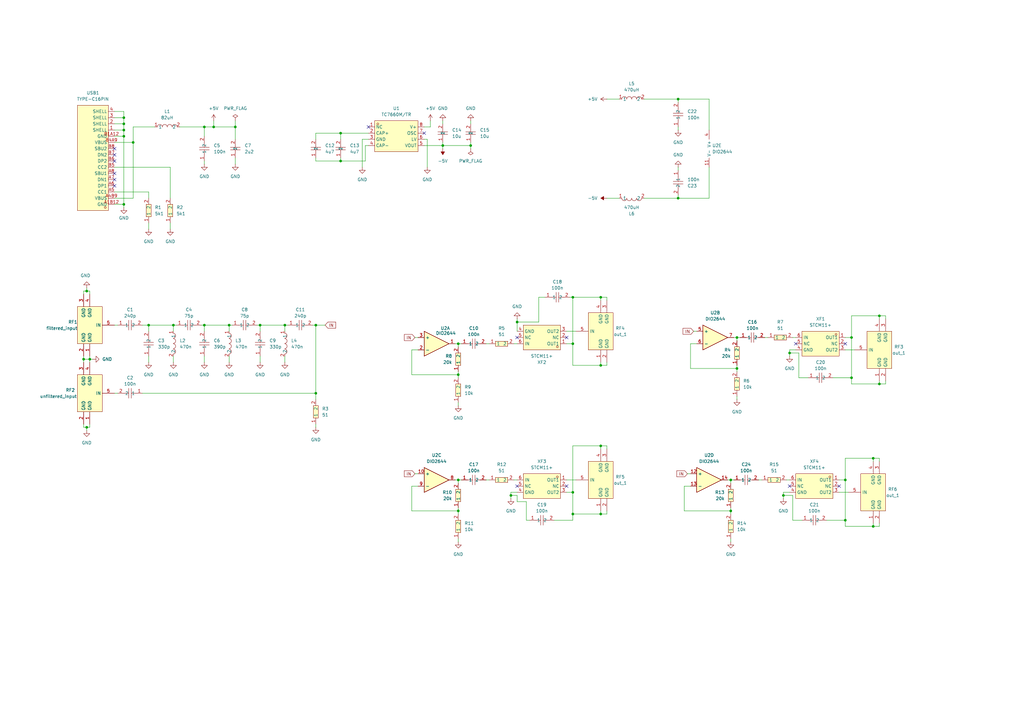
<source format=kicad_sch>
(kicad_sch (version 20231120) (generator "eeschema") (generator_version "8.0")
  (paper "A3")
  (lib_symbols
    (symbol "Device:Opamp_Quad"
      (property "Reference" "U" (at 0 5.08 0))
      (property "Value" "Opamp_Quad" (at 0 -5.08 0))
      (symbol "Opamp_Quad_1_1"
        (pin output line (at 7.62 0 180) (length 2.54) (name "~") (number "1"))
        (pin input line (at -7.62 -2.54 0) (length 2.54) (name "-") (number "2"))
        (pin input line (at -7.62 2.54 0) (length 2.54) (name "+") (number "3"))
      )
      (symbol "Opamp_Quad_2_1"
        (pin input line (at -7.62 2.54 0) (length 2.54) (name "+") (number "5"))
        (pin input line (at -7.62 -2.54 0) (length 2.54) (name "-") (number "6"))
        (pin output line (at 7.62 0 180) (length 2.54) (name "~") (number "7"))
      )
      (symbol "Opamp_Quad_3_1"
        (pin input line (at -7.62 2.54 0) (length 2.54) (name "+") (number "10"))
        (pin output line (at 7.62 0 180) (length 2.54) (name "~") (number "8"))
        (pin input line (at -7.62 -2.54 0) (length 2.54) (name "-") (number "9"))
      )
      (symbol "Opamp_Quad_4_1"
        (pin input line (at -7.62 2.54 0) (length 2.54) (name "+") (number "12"))
        (pin input line (at -7.62 -2.54 0) (length 2.54) (name "-") (number "13"))
        (pin output line (at 7.62 0 180) (length 2.54) (name "~") (number "14"))
      )
      (symbol "Opamp_Quad_5_1"
        (pin power_in line (at -2.54 -7.62 90) (length 3.81) (name "V-") (number "11"))
        (pin power_in line (at -2.54 7.62 270) (length 3.81) (name "V+") (number "4"))
      )
    )
    (symbol "easyeda2kicad:0805W8F1002T5E"
      (property "Reference" "R" (at 0 5.08 0))
      (property "Value" "0805W8F1002T5E" (at 0 -5.08 0))
      (symbol "0805W8F1002T5E_0_1"
        (pin input line (at -5.08 0 0) (length 2.54) (name "1") (number "1"))
        (pin input line (at 5.08 0 180) (length 2.54) (name "2") (number "2"))
      )
    )
    (symbol "easyeda2kicad:0805W8F2002T5E"
      (property "Reference" "R" (at 0 5.08 0))
      (property "Value" "0805W8F2002T5E" (at 0 -5.08 0))
      (symbol "0805W8F2002T5E_0_1"
        (pin input line (at -5.08 0 0) (length 2.54) (name "1") (number "1"))
        (pin input line (at 5.08 0 180) (length 2.54) (name "2") (number "2"))
      )
    )
    (symbol "easyeda2kicad:0805W8F5101T5E"
      (property "Reference" "R" (at 0 5.08 0))
      (property "Value" "0805W8F5101T5E" (at 0 -5.08 0))
      (symbol "0805W8F5101T5E_0_1"
        (pin input line (at -5.08 0 0) (length 2.54) (name "1") (number "1"))
        (pin input line (at 5.08 0 180) (length 2.54) (name "2") (number "2"))
      )
    )
    (symbol "easyeda2kicad:1206B475K500NT"
      (property "Reference" "C" (at 0 5.08 0))
      (property "Value" "1206B475K500NT" (at 0 -5.08 0))
      (symbol "1206B475K500NT_0_1"
        (pin input line (at -3.81 0 0) (length 2.54) (name "1") (number "1"))
        (pin input line (at 3.81 0 180) (length 2.54) (name "2") (number "2"))
      )
    )
    (symbol "easyeda2kicad:CC0805FRNPO9BN750"
      (property "Reference" "C" (at 0 5.08 0))
      (property "Value" "CC0805FRNPO9BN750" (at 0 -5.08 0))
      (symbol "CC0805FRNPO9BN750_0_1"
        (pin unspecified line (at -5.08 0 0) (length 2.54) (name "1") (number "1"))
        (pin unspecified line (at 5.08 0 180) (length 2.54) (name "2") (number "2"))
      )
    )
    (symbol "easyeda2kicad:CC0805JRNPO0BN391"
      (property "Reference" "C" (at 0 5.08 0))
      (property "Value" "CC0805JRNPO0BN391" (at 0 -5.08 0))
      (symbol "CC0805JRNPO0BN391_0_1"
        (pin unspecified line (at -5.08 0 0) (length 2.54) (name "1") (number "1"))
        (pin unspecified line (at 5.08 0 180) (length 2.54) (name "2") (number "2"))
      )
    )
    (symbol "easyeda2kicad:CC0805JRNPO9BN241"
      (property "Reference" "C" (at 0 5.08 0))
      (property "Value" "CC0805JRNPO9BN241" (at 0 -5.08 0))
      (symbol "CC0805JRNPO9BN241_0_1"
        (pin unspecified line (at -5.08 0 0) (length 2.54) (name "1") (number "1"))
        (pin unspecified line (at 5.08 0 180) (length 2.54) (name "2") (number "2"))
      )
    )
    (symbol "easyeda2kicad:CC0805KRX7R9BB104"
      (property "Reference" "C" (at 0 5.08 0))
      (property "Value" "CC0805KRX7R9BB104" (at 0 -5.08 0))
      (symbol "CC0805KRX7R9BB104_0_1"
        (pin unspecified line (at -5.08 0 0) (length 2.54) (name "1") (number "1"))
        (pin unspecified line (at 5.08 0 180) (length 2.54) (name "2") (number "2"))
      )
    )
    (symbol "easyeda2kicad:CD43820M"
      (property "Reference" "L" (at 0 5.08 0))
      (property "Value" "CD43 820M" (at 0 -5.08 0))
      (symbol "CD43820M_0_1"
        (pin unspecified line (at -5.08 0 0) (length 1.016) (name "1") (number "1"))
        (pin unspecified line (at 5.08 0 180) (length 1.016) (name "2") (number "2"))
      )
    )
    (symbol "easyeda2kicad:CL31A106KBHNNNE"
      (property "Reference" "C" (at 0 5.08 0))
      (property "Value" "CL31A106KBHNNNE" (at 0 -5.08 0))
      (symbol "CL31A106KBHNNNE_0_1"
        (pin input line (at -3.81 0 0) (length 2.54) (name "1") (number "1"))
        (pin input line (at 3.81 0 180) (length 2.54) (name "2") (number "2"))
      )
    )
    (symbol "easyeda2kicad:CL31B225KBHNNNE"
      (property "Reference" "C" (at 0 5.08 0))
      (property "Value" "CL31B225KBHNNNE" (at 0 -5.08 0))
      (symbol "CL31B225KBHNNNE_0_1"
        (pin input line (at -3.81 0 0) (length 2.54) (name "1") (number "1"))
        (pin input line (at 3.81 0 180) (length 2.54) (name "2") (number "2"))
      )
    )
    (symbol "easyeda2kicad:CMI201209VR47KT"
      (property "Reference" "L" (at 0 5.08 0))
      (property "Value" "CMI201209VR47KT" (at 0 -5.08 0))
      (symbol "CMI201209VR47KT_0_1"
        (pin unspecified line (at -5.08 0 0) (length 0.762) (name "1") (number "1"))
        (pin unspecified line (at 5.08 0 180) (length 0.762) (name "2") (number "2"))
      )
    )
    (symbol "easyeda2kicad:KH-SMA-K513-G"
      (property "Reference" "RF" (at 0 7.62 0))
      (property "Value" "KH-SMA-K513-G" (at 0 -15.24 0))
      (symbol "KH-SMA-K513-G_0_1"
        (pin unspecified line (at -12.7 0 0) (length 5.08) (name "GND") (number "1"))
        (pin unspecified line (at -12.7 2.54 0) (length 5.08) (name "GND") (number "2"))
        (pin unspecified line (at 12.7 2.54 180) (length 5.08) (name "GND") (number "3"))
        (pin unspecified line (at 12.7 0 180) (length 5.08) (name "GND") (number "4"))
        (pin unspecified line (at 0 -10.16 90) (length 5.08) (name "IN") (number "5"))
      )
    )
    (symbol "easyeda2kicad:SNR4030TYD471M"
      (property "Reference" "L" (at 0 5.08 0))
      (property "Value" "SNR4030TYD471M" (at 0 -5.08 0))
      (symbol "SNR4030TYD471M_0_1"
        (pin unspecified line (at -5.08 0 0) (length 1.016) (name "1") (number "1"))
        (pin unspecified line (at 5.08 0 180) (length 1.016) (name "2") (number "2"))
      )
    )
    (symbol "easyeda2kicad:STCM11+"
      (property "Reference" "XF" (at 0 7.62 0))
      (property "Value" "STCM11+" (at 0 -7.62 0))
      (symbol "STCM11+_0_1"
        (pin unspecified line (at -10.16 2.54 0) (length 2.54) (name "OUT1") (number "1"))
        (pin unspecified line (at -10.16 0 0) (length 2.54) (name "NC") (number "2"))
        (pin unspecified line (at -10.16 -2.54 0) (length 2.54) (name "OUT2") (number "3"))
        (pin unspecified line (at 10.16 -2.54 180) (length 2.54) (name "GND") (number "4"))
        (pin unspecified line (at 10.16 0 180) (length 2.54) (name "NC") (number "5"))
        (pin unspecified line (at 10.16 2.54 180) (length 2.54) (name "IN") (number "6"))
      )
    )
    (symbol "easyeda2kicad:TC7660M_TR"
      (property "Reference" "U" (at 0 8.89 0))
      (property "Value" "TC7660M/TR" (at 0 -8.89 0))
      (symbol "TC7660M_TR_0_1"
        (pin unspecified line (at -11.43 3.81 0) (length 2.54) (name "NC") (number "1"))
        (pin unspecified line (at -11.43 1.27 0) (length 2.54) (name "CAP+") (number "2"))
        (pin unspecified line (at -11.43 -1.27 0) (length 2.54) (name "GND") (number "3"))
        (pin unspecified line (at -11.43 -3.81 0) (length 2.54) (name "CAP-") (number "4"))
        (pin unspecified line (at 11.43 -3.81 180) (length 2.54) (name "VOUT") (number "5"))
        (pin unspecified line (at 11.43 -1.27 180) (length 2.54) (name "LV") (number "6"))
        (pin unspecified line (at 11.43 1.27 180) (length 2.54) (name "OSC") (number "7"))
        (pin unspecified line (at 11.43 3.81 180) (length 2.54) (name "V+") (number "8"))
      )
    )
    (symbol "easyeda2kicad:TCC0805C0G331J500BT"
      (property "Reference" "C" (at 0 10.16 0))
      (property "Value" "TCC0805C0G331J500BT" (at 0 -10.16 0))
      (symbol "TCC0805C0G331J500BT_0_1"
        (pin unspecified line (at 0 -5.08 90) (length 2.54) (name "1") (number "1"))
        (pin unspecified line (at 0 5.08 270) (length 2.54) (name "2") (number "2"))
      )
    )
    (symbol "easyeda2kicad:TYPE-C16PIN"
      (property "Reference" "USB" (at 0 24.13 0))
      (property "Value" "TYPE-C16PIN" (at 0 -24.13 0))
      (symbol "TYPE-C16PIN_0_1"
        (pin unspecified line (at -8.89 -11.43 0) (length 2.54) (name "SHELL") (number "1"))
        (pin unspecified line (at -8.89 -13.97 0) (length 2.54) (name "SHELL") (number "2"))
        (pin unspecified line (at -8.89 -16.51 0) (length 2.54) (name "SHELL") (number "3"))
        (pin unspecified line (at -8.89 -19.05 0) (length 2.54) (name "SHELL") (number "4"))
        (pin unspecified line (at -8.89 19.05 0) (length 2.54) (name "GND") (number "A1B12"))
        (pin unspecified line (at -8.89 16.51 0) (length 2.54) (name "VBUS") (number "A4B9"))
        (pin unspecified line (at -8.89 13.97 0) (length 2.54) (name "CC1") (number "A5"))
        (pin unspecified line (at -8.89 11.43 0) (length 2.54) (name "DP1") (number "A6"))
        (pin unspecified line (at -8.89 8.89 0) (length 2.54) (name "DN1") (number "A7"))
        (pin unspecified line (at -8.89 6.35 0) (length 2.54) (name "SBU1") (number "A8"))
        (pin unspecified line (at -8.89 -8.89 0) (length 2.54) (name "GND") (number "B1A12"))
        (pin unspecified line (at -8.89 -6.35 0) (length 2.54) (name "VBUS") (number "B4A9"))
        (pin unspecified line (at -8.89 3.81 0) (length 2.54) (name "CC2") (number "B5"))
        (pin unspecified line (at -8.89 1.27 0) (length 2.54) (name "DP2") (number "B6"))
        (pin unspecified line (at -8.89 -1.27 0) (length 2.54) (name "DN2") (number "B7"))
        (pin unspecified line (at -8.89 -3.81 0) (length 2.54) (name "SBU2") (number "B8"))
      )
    )
    (symbol "power:+5V" (power) (pin_numbers hide) (pin_names (offset 0) hide)
      (property "Value" "+5V" (at 0 3.556 0))
      (symbol "+5V_1_1"
        (pin power_in line (at 0 0 90) (length 0) (name "~") (number "1"))
      )
    )
    (symbol "power:-5V" (power) (pin_numbers hide) (pin_names (offset 0) hide)
      (property "Value" "-5V" (at 0 3.556 0))
      (symbol "-5V_0_0"
        (pin power_in line (at 0 0 90) (length 0) (name "~") (number "1"))
      )
    )
    (symbol "power:GND" (power) (pin_numbers hide) (pin_names (offset 0) hide)
      (property "Value" "GND" (at 0 -3.81 0))
      (symbol "GND_1_1"
        (pin power_in line (at 0 0 270) (length 0) (name "~") (number "1"))
      )
    )
    (symbol "power:PWR_FLAG" (power) (pin_numbers hide) (pin_names (offset 0) hide)
      (property "Value" "PWR_FLAG" (at 0 3.81 0))
      (symbol "PWR_FLAG_0_0"
        (pin power_out line (at 0 0 90) (length 0) (name "~") (number "1"))
      )
    )
  )
  (junction (at 349.25 138.43))
  (junction (at 36.83 147.32))
  (junction (at 246.38 149.86))
  (junction (at 60.96 133.35))
  (junction (at 116.84 133.35))
  (junction (at 139.7 66.04))
  (junction (at 358.14 187.96))
  (junction (at 187.96 140.97))
  (junction (at 278.13 81.28))
  (junction (at 349.25 154.94))
  (junction (at 302.26 138.43))
  (junction (at 346.71 196.85))
  (junction (at 187.96 153.67))
  (junction (at 35.56 175.26))
  (junction (at 71.12 133.35))
  (junction (at 93.98 133.35))
  (junction (at 83.82 52.07))
  (junction (at 346.71 213.36))
  (junction (at 234.95 140.97))
  (junction (at 193.04 59.69))
  (junction (at 209.55 203.2))
  (junction (at 246.38 210.82))
  (junction (at 83.82 133.35))
  (junction (at 321.31 203.2))
  (junction (at 246.38 121.92))
  (junction (at 299.72 196.85))
  (junction (at 187.96 196.85))
  (junction (at 360.68 129.54))
  (junction (at 212.09 132.08))
  (junction (at 54.61 58.42))
  (junction (at 234.95 201.93))
  (junction (at 360.68 157.48))
  (junction (at 323.85 144.78))
  (junction (at 181.61 59.69))
  (junction (at 139.7 54.61))
  (junction (at 50.8 55.88))
  (junction (at 50.8 53.34))
  (junction (at 50.8 48.26))
  (junction (at 234.95 121.92))
  (junction (at 129.54 133.35))
  (junction (at 187.96 209.55))
  (junction (at 50.8 50.8))
  (junction (at 96.52 52.07))
  (junction (at 299.72 209.55))
  (junction (at 87.63 52.07))
  (junction (at 302.26 151.13))
  (junction (at 234.95 210.82))
  (junction (at 50.8 83.82))
  (junction (at 34.29 147.32))
  (junction (at 129.54 161.29))
  (junction (at 358.14 215.9))
  (junction (at 35.56 119.38))
  (junction (at 278.13 40.64))
  (junction (at 246.38 182.88))
  (junction (at 106.68 133.35))
  (no_connect (at 46.99 73.66))
  (no_connect (at 326.39 140.97))
  (no_connect (at 212.09 199.39))
  (no_connect (at 151.13 52.07))
  (no_connect (at 323.85 199.39))
  (no_connect (at 232.41 199.39))
  (no_connect (at 46.99 71.12))
  (no_connect (at 46.99 60.96))
  (no_connect (at 344.17 199.39))
  (no_connect (at 212.09 138.43))
  (no_connect (at 46.99 66.04))
  (no_connect (at 173.99 54.61))
  (no_connect (at 46.99 63.5))
  (no_connect (at 46.99 76.2))
  (no_connect (at 346.71 140.97))
  (no_connect (at 232.41 138.43))
  (wire (pts (xy 46.99 55.88) (xy 50.8 55.88)))
  (wire (pts (xy 58.42 133.35) (xy 60.96 133.35)))
  (wire (pts (xy 148.59 68.58) (xy 148.59 57.15)))
  (wire (pts (xy 248.92 184.15) (xy 248.92 182.88)))
  (wire (pts (xy 248.92 81.28) (xy 254 81.28)))
  (wire (pts (xy 248.92 121.92) (xy 246.38 121.92)))
  (wire (pts (xy 360.68 187.96) (xy 358.14 187.96)))
  (wire (pts (xy 46.99 53.34) (xy 50.8 53.34)))
  (wire (pts (xy 129.54 161.29) (xy 129.54 163.83)))
  (wire (pts (xy 187.96 140.97) (xy 187.96 142.24)))
  (wire (pts (xy 321.31 204.47) (xy 321.31 203.2)))
  (wire (pts (xy 71.12 146.05) (xy 71.12 148.59)))
  (wire (pts (xy 187.96 220.98) (xy 187.96 222.25)))
  (wire (pts (xy 129.54 173.99) (xy 129.54 175.26)))
  (wire (pts (xy 171.45 143.51) (xy 168.91 143.51)))
  (wire (pts (xy 96.52 64.77) (xy 96.52 67.31)))
  (wire (pts (xy 181.61 49.53) (xy 181.61 50.8)))
  (wire (pts (xy 209.55 203.2) (xy 212.09 203.2)))
  (wire (pts (xy 212.09 132.08) (xy 220.98 132.08)))
  (wire (pts (xy 60.96 91.44) (xy 60.96 93.98)))
  (wire (pts (xy 50.8 53.34) (xy 50.8 50.8)))
  (wire (pts (xy 36.83 147.32) (xy 36.83 148.59)))
  (wire (pts (xy 193.04 59.69) (xy 193.04 60.96)))
  (wire (pts (xy 215.9 213.36) (xy 215.9 205.74)))
  (wire (pts (xy 233.68 121.92) (xy 234.95 121.92)))
  (wire (pts (xy 60.96 135.89) (xy 60.96 133.35)))
  (wire (pts (xy 209.55 203.2) (xy 209.55 201.93)))
  (wire (pts (xy 344.17 196.85) (xy 346.71 196.85)))
  (wire (pts (xy 50.8 55.88) (xy 50.8 53.34)))
  (wire (pts (xy 346.71 215.9) (xy 358.14 215.9)))
  (wire (pts (xy 264.16 81.28) (xy 278.13 81.28)))
  (wire (pts (xy 50.8 50.8) (xy 50.8 48.26)))
  (wire (pts (xy 46.99 161.29) (xy 48.26 161.29)))
  (wire (pts (xy 283.21 194.31) (xy 281.94 194.31)))
  (wire (pts (xy 349.25 157.48) (xy 360.68 157.48)))
  (wire (pts (xy 349.25 129.54) (xy 349.25 138.43)))
  (wire (pts (xy 50.8 83.82) (xy 50.8 55.88)))
  (wire (pts (xy 323.85 146.05) (xy 323.85 144.78)))
  (wire (pts (xy 106.68 146.05) (xy 106.68 148.59)))
  (wire (pts (xy 82.55 133.35) (xy 83.82 133.35)))
  (wire (pts (xy 234.95 149.86) (xy 246.38 149.86)))
  (wire (pts (xy 54.61 52.07) (xy 63.5 52.07)))
  (wire (pts (xy 34.29 147.32) (xy 34.29 148.59)))
  (wire (pts (xy 106.68 133.35) (xy 116.84 133.35)))
  (wire (pts (xy 116.84 146.05) (xy 116.84 148.59)))
  (wire (pts (xy 96.52 52.07) (xy 87.63 52.07)))
  (wire (pts (xy 234.95 121.92) (xy 246.38 121.92)))
  (wire (pts (xy 358.14 187.96) (xy 358.14 189.23)))
  (wire (pts (xy 168.91 209.55) (xy 187.96 209.55)))
  (wire (pts (xy 326.39 138.43) (xy 325.12 138.43)))
  (wire (pts (xy 34.29 175.26) (xy 35.56 175.26)))
  (wire (pts (xy 346.71 187.96) (xy 358.14 187.96)))
  (wire (pts (xy 300.99 196.85) (xy 299.72 196.85)))
  (wire (pts (xy 129.54 54.61) (xy 129.54 57.15)))
  (wire (pts (xy 331.47 154.94) (xy 327.66 154.94)))
  (wire (pts (xy 36.83 146.05) (xy 36.83 147.32)))
  (wire (pts (xy 193.04 49.53) (xy 193.04 50.8)))
  (wire (pts (xy 116.84 133.35) (xy 118.11 133.35)))
  (wire (pts (xy 323.85 144.78) (xy 323.85 143.51)))
  (wire (pts (xy 93.98 133.35) (xy 93.98 135.89)))
  (wire (pts (xy 234.95 201.93) (xy 234.95 182.88)))
  (wire (pts (xy 278.13 40.64) (xy 290.83 40.64)))
  (wire (pts (xy 106.68 133.35) (xy 106.68 135.89)))
  (wire (pts (xy 360.68 189.23) (xy 360.68 187.96)))
  (wire (pts (xy 290.83 81.28) (xy 290.83 68.58)))
  (wire (pts (xy 278.13 40.64) (xy 278.13 41.91)))
  (wire (pts (xy 46.99 45.72) (xy 50.8 45.72)))
  (wire (pts (xy 234.95 210.82) (xy 234.95 213.36)))
  (wire (pts (xy 36.83 173.99) (xy 36.83 175.26)))
  (wire (pts (xy 46.99 133.35) (xy 48.26 133.35)))
  (wire (pts (xy 73.66 52.07) (xy 83.82 52.07)))
  (wire (pts (xy 302.26 138.43) (xy 300.99 138.43)))
  (wire (pts (xy 246.38 121.92) (xy 246.38 123.19)))
  (wire (pts (xy 128.27 133.35) (xy 129.54 133.35)))
  (wire (pts (xy 360.68 129.54) (xy 360.68 130.81)))
  (wire (pts (xy 220.98 121.92) (xy 223.52 121.92)))
  (wire (pts (xy 83.82 52.07) (xy 83.82 55.88)))
  (wire (pts (xy 321.31 203.2) (xy 325.12 203.2)))
  (wire (pts (xy 302.26 138.43) (xy 302.26 139.7)))
  (wire (pts (xy 278.13 69.85) (xy 278.13 68.58)))
  (wire (pts (xy 349.25 138.43) (xy 349.25 154.94)))
  (wire (pts (xy 96.52 52.07) (xy 96.52 57.15)))
  (wire (pts (xy 200.66 140.97) (xy 199.39 140.97)))
  (wire (pts (xy 34.29 120.65) (xy 34.29 119.38)))
  (wire (pts (xy 210.82 140.97) (xy 212.09 140.97)))
  (wire (pts (xy 299.72 220.98) (xy 299.72 222.25)))
  (wire (pts (xy 346.71 213.36) (xy 346.71 215.9)))
  (wire (pts (xy 171.45 199.39) (xy 168.91 199.39)))
  (wire (pts (xy 339.09 213.36) (xy 346.71 213.36)))
  (wire (pts (xy 321.31 203.2) (xy 321.31 201.93)))
  (wire (pts (xy 71.12 133.35) (xy 72.39 133.35)))
  (wire (pts (xy 187.96 196.85) (xy 186.69 196.85)))
  (wire (pts (xy 299.72 196.85) (xy 298.45 196.85)))
  (wire (pts (xy 189.23 196.85) (xy 187.96 196.85)))
  (wire (pts (xy 46.99 58.42) (xy 54.61 58.42)))
  (wire (pts (xy 360.68 157.48) (xy 363.22 157.48)))
  (wire (pts (xy 83.82 146.05) (xy 83.82 148.59)))
  (wire (pts (xy 105.41 133.35) (xy 106.68 133.35)))
  (wire (pts (xy 96.52 49.53) (xy 96.52 52.07)))
  (wire (pts (xy 212.09 205.74) (xy 212.09 203.2)))
  (wire (pts (xy 139.7 66.04) (xy 149.86 66.04)))
  (wire (pts (xy 358.14 215.9) (xy 360.68 215.9)))
  (wire (pts (xy 36.83 119.38) (xy 36.83 120.65)))
  (wire (pts (xy 175.26 68.58) (xy 175.26 57.15)))
  (wire (pts (xy 151.13 59.69) (xy 149.86 59.69)))
  (wire (pts (xy 69.85 91.44) (xy 69.85 93.98)))
  (wire (pts (xy 323.85 144.78) (xy 327.66 144.78)))
  (wire (pts (xy 234.95 201.93) (xy 234.95 210.82)))
  (wire (pts (xy 246.38 149.86) (xy 248.92 149.86)))
  (wire (pts (xy 60.96 133.35) (xy 71.12 133.35)))
  (wire (pts (xy 302.26 162.56) (xy 302.26 163.83)))
  (wire (pts (xy 234.95 182.88) (xy 246.38 182.88)))
  (wire (pts (xy 346.71 138.43) (xy 349.25 138.43)))
  (wire (pts (xy 234.95 140.97) (xy 234.95 121.92)))
  (wire (pts (xy 312.42 196.85) (xy 311.15 196.85)))
  (wire (pts (xy 171.45 138.43) (xy 170.18 138.43)))
  (wire (pts (xy 46.99 81.28) (xy 54.61 81.28)))
  (wire (pts (xy 69.85 68.58) (xy 69.85 81.28)))
  (wire (pts (xy 215.9 205.74) (xy 212.09 205.74)))
  (wire (pts (xy 168.91 153.67) (xy 187.96 153.67)))
  (wire (pts (xy 363.22 129.54) (xy 360.68 129.54)))
  (wire (pts (xy 60.96 146.05) (xy 60.96 148.59)))
  (wire (pts (xy 35.56 176.53) (xy 35.56 175.26)))
  (wire (pts (xy 325.12 213.36) (xy 325.12 203.2)))
  (wire (pts (xy 187.96 152.4) (xy 187.96 153.67)))
  (wire (pts (xy 234.95 140.97) (xy 234.95 149.86)))
  (wire (pts (xy 327.66 144.78) (xy 327.66 154.94)))
  (wire (pts (xy 168.91 199.39) (xy 168.91 209.55)))
  (wire (pts (xy 139.7 54.61) (xy 139.7 57.15)))
  (wire (pts (xy 299.72 196.85) (xy 299.72 198.12)))
  (wire (pts (xy 285.75 140.97) (xy 283.21 140.97)))
  (wire (pts (xy 209.55 204.47) (xy 209.55 203.2)))
  (wire (pts (xy 302.26 149.86) (xy 302.26 151.13)))
  (wire (pts (xy 290.83 53.34) (xy 290.83 40.64)))
  (wire (pts (xy 346.71 196.85) (xy 346.71 213.36)))
  (wire (pts (xy 83.82 66.04) (xy 83.82 67.31)))
  (wire (pts (xy 87.63 49.53) (xy 87.63 52.07)))
  (wire (pts (xy 280.67 209.55) (xy 299.72 209.55)))
  (wire (pts (xy 93.98 146.05) (xy 93.98 148.59)))
  (wire (pts (xy 54.61 58.42) (xy 54.61 52.07)))
  (wire (pts (xy 234.95 210.82) (xy 246.38 210.82)))
  (wire (pts (xy 212.09 132.08) (xy 212.09 135.89)))
  (wire (pts (xy 173.99 59.69) (xy 181.61 59.69)))
  (wire (pts (xy 302.26 151.13) (xy 302.26 152.4)))
  (wire (pts (xy 83.82 52.07) (xy 87.63 52.07)))
  (wire (pts (xy 71.12 133.35) (xy 71.12 135.89)))
  (wire (pts (xy 246.38 148.59) (xy 246.38 149.86)))
  (wire (pts (xy 248.92 149.86) (xy 248.92 148.59)))
  (wire (pts (xy 189.23 140.97) (xy 187.96 140.97)))
  (wire (pts (xy 36.83 147.32) (xy 38.1 147.32)))
  (wire (pts (xy 349.25 154.94) (xy 349.25 157.48)))
  (wire (pts (xy 278.13 81.28) (xy 278.13 80.01)))
  (wire (pts (xy 246.38 210.82) (xy 248.92 210.82)))
  (wire (pts (xy 344.17 201.93) (xy 347.98 201.93)))
  (wire (pts (xy 187.96 209.55) (xy 187.96 210.82)))
  (wire (pts (xy 34.29 147.32) (xy 36.83 147.32)))
  (wire (pts (xy 358.14 214.63) (xy 358.14 215.9)))
  (wire (pts (xy 83.82 133.35) (xy 93.98 133.35)))
  (wire (pts (xy 171.45 194.31) (xy 170.18 194.31)))
  (wire (pts (xy 360.68 156.21) (xy 360.68 157.48)))
  (wire (pts (xy 236.22 135.89) (xy 232.41 135.89)))
  (wire (pts (xy 148.59 57.15) (xy 151.13 57.15)))
  (wire (pts (xy 283.21 199.39) (xy 280.67 199.39)))
  (wire (pts (xy 129.54 133.35) (xy 133.35 133.35)))
  (wire (pts (xy 50.8 83.82) (xy 50.8 85.09)))
  (wire (pts (xy 303.53 138.43) (xy 302.26 138.43)))
  (wire (pts (xy 323.85 196.85) (xy 322.58 196.85)))
  (wire (pts (xy 93.98 133.35) (xy 95.25 133.35)))
  (wire (pts (xy 34.29 119.38) (xy 35.56 119.38)))
  (wire (pts (xy 321.31 201.93) (xy 323.85 201.93)))
  (wire (pts (xy 314.96 138.43) (xy 313.69 138.43)))
  (wire (pts (xy 349.25 129.54) (xy 360.68 129.54)))
  (wire (pts (xy 34.29 173.99) (xy 34.29 175.26)))
  (wire (pts (xy 200.66 196.85) (xy 199.39 196.85)))
  (wire (pts (xy 360.68 215.9) (xy 360.68 214.63)))
  (wire (pts (xy 280.67 199.39) (xy 280.67 209.55)))
  (wire (pts (xy 35.56 175.26) (xy 36.83 175.26)))
  (wire (pts (xy 46.99 48.26) (xy 50.8 48.26)))
  (wire (pts (xy 264.16 40.64) (xy 278.13 40.64)))
  (wire (pts (xy 116.84 133.35) (xy 116.84 135.89)))
  (wire (pts (xy 278.13 81.28) (xy 290.83 81.28)))
  (wire (pts (xy 151.13 54.61) (xy 139.7 54.61)))
  (wire (pts (xy 181.61 59.69) (xy 181.61 60.96)))
  (wire (pts (xy 50.8 48.26) (xy 50.8 45.72)))
  (wire (pts (xy 129.54 66.04) (xy 139.7 66.04)))
  (wire (pts (xy 139.7 66.04) (xy 139.7 64.77)))
  (wire (pts (xy 248.92 123.19) (xy 248.92 121.92)))
  (wire (pts (xy 248.92 182.88) (xy 246.38 182.88)))
  (wire (pts (xy 227.33 213.36) (xy 234.95 213.36)))
  (wire (pts (xy 278.13 52.07) (xy 278.13 53.34)))
  (wire (pts (xy 34.29 146.05) (xy 34.29 147.32)))
  (wire (pts (xy 168.91 143.51) (xy 168.91 153.67)))
  (wire (pts (xy 176.53 49.53) (xy 176.53 52.07)))
  (wire (pts (xy 328.93 213.36) (xy 325.12 213.36)))
  (wire (pts (xy 193.04 59.69) (xy 193.04 58.42)))
  (wire (pts (xy 187.96 208.28) (xy 187.96 209.55)))
  (wire (pts (xy 187.96 153.67) (xy 187.96 154.94)))
  (wire (pts (xy 346.71 187.96) (xy 346.71 196.85)))
  (wire (pts (xy 187.96 196.85) (xy 187.96 198.12)))
  (wire (pts (xy 248.92 210.82) (xy 248.92 209.55)))
  (wire (pts (xy 46.99 68.58) (xy 69.85 68.58)))
  (wire (pts (xy 175.26 57.15) (xy 173.99 57.15)))
  (wire (pts (xy 285.75 135.89) (xy 284.48 135.89)))
  (wire (pts (xy 283.21 151.13) (xy 302.26 151.13)))
  (wire (pts (xy 363.22 130.81) (xy 363.22 129.54)))
  (wire (pts (xy 283.21 140.97) (xy 283.21 151.13)))
  (wire (pts (xy 236.22 196.85) (xy 232.41 196.85)))
  (wire (pts (xy 246.38 209.55) (xy 246.38 210.82)))
  (wire (pts (xy 187.96 165.1) (xy 187.96 166.37)))
  (wire (pts (xy 176.53 52.07) (xy 173.99 52.07)))
  (wire (pts (xy 35.56 119.38) (xy 36.83 119.38)))
  (wire (pts (xy 187.96 140.97) (xy 186.69 140.97)))
  (wire (pts (xy 129.54 64.77) (xy 129.54 66.04)))
  (wire (pts (xy 220.98 132.08) (xy 220.98 121.92)))
  (wire (pts (xy 346.71 143.51) (xy 350.52 143.51)))
  (wire (pts (xy 248.92 40.64) (xy 254 40.64)))
  (wire (pts (xy 35.56 118.11) (xy 35.56 119.38)))
  (wire (pts (xy 341.63 154.94) (xy 349.25 154.94)))
  (wire (pts (xy 149.86 59.69) (xy 149.86 66.04)))
  (wire (pts (xy 46.99 78.74) (xy 60.96 78.74)))
  (wire (pts (xy 217.17 213.36) (xy 215.9 213.36)))
  (wire (pts (xy 60.96 78.74) (xy 60.96 81.28)))
  (wire (pts (xy 54.61 81.28) (xy 54.61 58.42)))
  (wire (pts (xy 363.22 157.48) (xy 363.22 156.21)))
  (wire (pts (xy 323.85 143.51) (xy 326.39 143.51)))
  (wire (pts (xy 209.55 201.93) (xy 212.09 201.93)))
  (wire (pts (xy 246.38 182.88) (xy 246.38 184.15)))
  (wire (pts (xy 139.7 54.61) (xy 129.54 54.61)))
  (wire (pts (xy 212.09 196.85) (xy 210.82 196.85)))
  (wire (pts (xy 181.61 58.42) (xy 181.61 59.69)))
  (wire (pts (xy 232.41 201.93) (xy 234.95 201.93)))
  (wire (pts (xy 46.99 83.82) (xy 50.8 83.82)))
  (wire (pts (xy 58.42 161.29) (xy 129.54 161.29)))
  (wire (pts (xy 46.99 50.8) (xy 50.8 50.8)))
  (wire (pts (xy 232.41 140.97) (xy 234.95 140.97)))
  (wire (pts (xy 83.82 133.35) (xy 83.82 135.89)))
  (wire (pts (xy 299.72 209.55) (xy 299.72 210.82)))
  (wire (pts (xy 212.09 130.81) (xy 212.09 132.08)))
  (wire (pts (xy 299.72 208.28) (xy 299.72 209.55)))
  (wire (pts (xy 181.61 59.69) (xy 193.04 59.69)))
  (wire (pts (xy 129.54 161.29) (xy 129.54 133.35)))
  (global_label "IN" (shape input) (at 284.48 135.89 180) (property "Intersheetrefs" "${INTERSHEET_REFS}" (effects (hide yes))))
  (global_label "IN" (shape input) (at 281.94 194.31 180) (property "Intersheetrefs" "${INTERSHEET_REFS}" (effects (hide yes))))
  (global_label "IN" (shape input) (at 133.35 133.35 0) (property "Intersheetrefs" "${INTERSHEET_REFS}" (effects (hide yes))))
  (global_label "IN" (shape input) (at 170.18 194.31 180) (property "Intersheetrefs" "${INTERSHEET_REFS}" (effects (hide yes))))
  (global_label "IN" (shape input) (at 170.18 138.43 180) (property "Intersheetrefs" "${INTERSHEET_REFS}" (effects (hide yes))))
  (symbol (lib_id "easyeda2kicad:CC0805FRNPO9BN750") (at 100.33 133.35 0) (unit 1)
    (property "Reference" "C8" (at 100.33 127 0))
    (property "Value" "75p" (at 100.33 129.54 0))
    (property "Footprint" "easyeda2kicad:C0805" (effects (hide yes)))
    (property "Datasheet" "https://lcsc.com/product-detail/presales_YAGEO-CC0805FRNPO9BN750_C541521.html" (effects (hide yes)))
    (property "LCSC Part" "C541521" (effects (hide yes)))
  )
  (symbol (lib_id "easyeda2kicad:KH-SMA-K513-G") (at 360.68 143.51 270) (mirror x) (unit 1)
    (property "Reference" "RF3" (at 366.776 142.24 90) (effects (justify left)))
    (property "Value" "out_1" (at 366.014 144.78 90) (effects (justify left)))
    (property "Footprint" "easyeda2kicad:ANT-TH_KH-SMA-K513-G" (effects (hide yes)))
    (property "Datasheet" "https://lcsc.com/product-detail/RF-Connectors-Coaxial-Connectors_Shenzhen-Kinghelm-Elec-KH-SMA-K513-G_C411575.html" (effects (hide yes)))
    (property "LCSC Part" "C411575" (effects (hide yes)))
  )
  (symbol (lib_id "Device:Opamp_Quad") (at 293.37 138.43 0) (unit 2)
    (property "Reference" "U2" (at 293.37 128.27 0))
    (property "Value" "DIO2644" (at 293.37 130.81 0))
    (property "Footprint" "Package_SO:TSSOP-14_4.4x5mm_P0.65mm" (effects (hide yes)))
    (property "Description" "Quad operational amplifier" (effects (hide yes)))
    (property "Sim.Library" "${KICAD7_SYMBOL_DIR}/Simulation_SPICE.sp" (effects (hide yes)))
    (property "Sim.Name" "kicad_builtin_opamp_quad" (effects (hide yes)))
    (property "Sim.Device" "SUBCKT" (effects (hide yes)))
    (property "Sim.Pins" "1=out1 2=in1- 3=in1+ 4=vcc 5=in2+ 6=in2- 7=out2 8=out3 9=in3- 10=in3+ 11=vee 12=in4+ 13=in4- 14=out4" (effects (hide yes)))
  )
  (symbol (lib_id "easyeda2kicad:TCC0805C0G331J500BT") (at 106.68 140.97 0) (unit 1)
    (property "Reference" "C9" (at 110.49 139.6999 0) (effects (justify left)))
    (property "Value" "330p" (at 110.49 142.2399 0) (effects (justify left)))
    (property "Footprint" "easyeda2kicad:C0805" (effects (hide yes)))
    (property "Datasheet" "https://lcsc.com/product-detail/Multilayer-Ceramic-Capacitors-MLCC-SMD-SMT_CCTC-TCC0805C0G331J500BT_C282701.html" (effects (hide yes)))
    (property "LCSC Part" "C282701" (effects (hide yes)))
  )
  (symbol (lib_id "easyeda2kicad:CC0805KRX7R9BB104") (at 334.01 213.36 0) (mirror x) (unit 1)
    (property "Reference" "C21" (at 334.01 207.01 0))
    (property "Value" "100n" (at 334.01 209.55 0))
    (property "Footprint" "easyeda2kicad:C0805" (effects (hide yes)))
    (property "Datasheet" "https://lcsc.com/product-detail/Multilayer-Ceramic-Capacitors-MLCC-SMD-SMT_100nF-104-10-50V_C49678.html" (effects (hide yes)))
    (property "LCSC Part" "C49678" (effects (hide yes)))
  )
  (symbol (lib_id "power:GND") (at 69.85 93.98 0) (unit 1)
    (property "Reference" "#PWR07" (effects (hide yes)))
    (property "Value" "GND" (at 69.85 99.06 0))
    (property "Description" "Power symbol creates a global label with name \"GND\" , ground" (effects (hide yes)))
  )
  (symbol (lib_id "easyeda2kicad:STCM11+") (at 336.55 140.97 0) (mirror y) (unit 1)
    (property "Reference" "XF1" (at 336.55 130.81 0))
    (property "Value" "STCM11+" (at 336.55 133.35 0))
    (property "Footprint" "easyeda2kicad:XFMR-SMD_STCM11" (effects (hide yes)))
    (property "LCSC Part" "C5178925" (effects (hide yes)))
  )
  (symbol (lib_id "power:GND") (at 60.96 93.98 0) (unit 1)
    (property "Reference" "#PWR05" (effects (hide yes)))
    (property "Value" "GND" (at 60.96 99.06 0))
    (property "Description" "Power symbol creates a global label with name \"GND\" , ground" (effects (hide yes)))
  )
  (symbol (lib_id "easyeda2kicad:0805W8F1002T5E") (at 299.72 215.9 90) (unit 1)
    (property "Reference" "R14" (at 302.26 214.6299 90) (effects (justify right)))
    (property "Value" "10k" (at 302.26 217.1699 90) (effects (justify right)))
    (property "Footprint" "easyeda2kicad:R0805" (effects (hide yes)))
    (property "Datasheet" "https://lcsc.com/product-detail/Chip-Resistor-Surface-Mount-UniOhm_10KR-1002-1_C17414.html" (effects (hide yes)))
    (property "LCSC Part" "C17414" (effects (hide yes)))
  )
  (symbol (lib_id "power:GND") (at 193.04 49.53 180) (unit 1)
    (property "Reference" "#PWR022" (effects (hide yes)))
    (property "Value" "GND" (at 193.04 44.45 0))
    (property "Description" "Power symbol creates a global label with name \"GND\" , ground" (effects (hide yes)))
  )
  (symbol (lib_id "easyeda2kicad:0805W8F2002T5E") (at 187.96 147.32 270) (mirror x) (unit 1)
    (property "Reference" "R8" (at 185.42 146.0499 90) (effects (justify right)))
    (property "Value" "20k" (at 185.42 148.5899 90) (effects (justify right)))
    (property "Footprint" "easyeda2kicad:R0805" (effects (hide yes)))
    (property "Datasheet" "https://lcsc.com/product-detail/Chip-Resistor-Surface-Mount-UniOhm_20KR-2002-1_C4328.html" (effects (hide yes)))
    (property "LCSC Part" "C4328" (effects (hide yes)))
  )
  (symbol (lib_id "easyeda2kicad:CD43820M") (at 68.58 52.07 0) (unit 1)
    (property "Reference" "L1" (at 68.58 45.72 0))
    (property "Value" "82uH" (at 68.58 48.26 0))
    (property "Footprint" "easyeda2kicad:IND-SMD_L4.5-W4.0_CD43" (effects (hide yes)))
    (property "LCSC Part" "C2880035" (effects (hide yes)))
  )
  (symbol (lib_id "easyeda2kicad:CC0805KRX7R9BB104") (at 222.25 213.36 0) (mirror x) (unit 1)
    (property "Reference" "C19" (at 222.25 207.01 0))
    (property "Value" "100n" (at 222.25 209.55 0))
    (property "Footprint" "easyeda2kicad:C0805" (effects (hide yes)))
    (property "Datasheet" "https://lcsc.com/product-detail/Multilayer-Ceramic-Capacitors-MLCC-SMD-SMT_100nF-104-10-50V_C49678.html" (effects (hide yes)))
    (property "LCSC Part" "C49678" (effects (hide yes)))
  )
  (symbol (lib_id "easyeda2kicad:0805W8F5101T5E") (at 317.5 196.85 0) (mirror x) (unit 1)
    (property "Reference" "R15" (at 317.5 190.5 0))
    (property "Value" "51" (at 317.5 193.04 0))
    (property "Footprint" "easyeda2kicad:R0805" (effects (hide yes)))
    (property "Datasheet" "https://lcsc.com/product-detail/Chip-Resistor-Surface-Mount-UniOhm_5-1KR-5101-1_C27834.html" (effects (hide yes)))
    (property "LCSC Part" "C27834" (effects (hide yes)))
  )
  (symbol (lib_id "easyeda2kicad:SNR4030TYD471M") (at 259.08 40.64 0) (unit 1)
    (property "Reference" "L5" (at 259.08 34.29 0))
    (property "Value" "470uH" (at 259.08 36.83 0))
    (property "Footprint" "easyeda2kicad:IND-SMD_L4.0-W4.0" (effects (hide yes)))
    (property "LCSC Part" "C2827387" (effects (hide yes)))
  )
  (symbol (lib_id "easyeda2kicad:CC0805JRNPO9BN241") (at 53.34 133.35 0) (unit 1)
    (property "Reference" "C1" (at 53.34 127 0))
    (property "Value" "240p" (at 53.34 129.54 0))
    (property "Footprint" "easyeda2kicad:C0805" (effects (hide yes)))
    (property "Datasheet" "https://lcsc.com/product-detail/Multilayer-Ceramic-Capacitors-MLCC-SMD-SMT_YAGEO-CC0805JRNPO9BN241_C520005.html" (effects (hide yes)))
    (property "LCSC Part" "C520005" (effects (hide yes)))
  )
  (symbol (lib_id "easyeda2kicad:SNR4030TYD471M") (at 259.08 81.28 0) (mirror x) (unit 1)
    (property "Reference" "L6" (at 259.08 87.63 0))
    (property "Value" "470uH" (at 259.08 85.09 0))
    (property "Footprint" "easyeda2kicad:IND-SMD_L4.0-W4.0" (effects (hide yes)))
    (property "LCSC Part" "C2827387" (effects (hide yes)))
  )
  (symbol (lib_id "power:GND") (at 209.55 204.47 0) (mirror y) (unit 1)
    (property "Reference" "#PWR036" (effects (hide yes)))
    (property "Value" "GND" (at 209.55 209.55 0))
    (property "Description" "Power symbol creates a global label with name \"GND\" , ground" (effects (hide yes)))
  )
  (symbol (lib_id "power:GND") (at 299.72 222.25 0) (mirror y) (unit 1)
    (property "Reference" "#PWR037" (effects (hide yes)))
    (property "Value" "GND" (at 299.72 227.33 0))
    (property "Description" "Power symbol creates a global label with name \"GND\" , ground" (effects (hide yes)))
  )
  (symbol (lib_id "power:GND") (at 35.56 176.53 0) (unit 1)
    (property "Reference" "#PWR02" (effects (hide yes)))
    (property "Value" "GND" (at 35.56 181.61 0))
    (property "Description" "Power symbol creates a global label with name \"GND\" , ground" (effects (hide yes)))
  )
  (symbol (lib_id "power:GND") (at 106.68 148.59 0) (unit 1)
    (property "Reference" "#PWR014" (effects (hide yes)))
    (property "Value" "GND" (at 106.68 153.67 0))
    (property "Description" "Power symbol creates a global label with name \"GND\" , ground" (effects (hide yes)))
  )
  (symbol (lib_id "easyeda2kicad:CC0805KRX7R9BB104") (at 53.34 161.29 180) (unit 1)
    (property "Reference" "C2" (at 53.34 154.94 0))
    (property "Value" "100n" (at 53.34 157.48 0))
    (property "Footprint" "easyeda2kicad:C0805" (effects (hide yes)))
    (property "Datasheet" "https://lcsc.com/product-detail/Multilayer-Ceramic-Capacitors-MLCC-SMD-SMT_100nF-104-10-50V_C49678.html" (effects (hide yes)))
    (property "LCSC Part" "C49678" (effects (hide yes)))
  )
  (symbol (lib_id "easyeda2kicad:1206B475K500NT") (at 129.54 60.96 90) (unit 1)
    (property "Reference" "C12" (at 133.35 59.6899 90) (effects (justify right)))
    (property "Value" "4u7" (at 133.35 62.2299 90) (effects (justify right)))
    (property "Footprint" "easyeda2kicad:C1206" (effects (hide yes)))
    (property "Datasheet" "https://lcsc.com/product-detail/Multilayer-Ceramic-Capacitors-MLCC-SMD-SMT_4-7uF-475-10-50V_C29823.html" (effects (hide yes)))
    (property "LCSC Part" "C29823" (effects (hide yes)))
  )
  (symbol (lib_id "easyeda2kicad:CC0805KRX7R9BB104") (at 278.13 74.93 90) (mirror x) (unit 1)
    (property "Reference" "C23" (at 281.94 76.2001 90) (effects (justify right)))
    (property "Value" "100n" (at 281.94 73.6601 90) (effects (justify right)))
    (property "Footprint" "easyeda2kicad:C0805" (effects (hide yes)))
    (property "Datasheet" "https://lcsc.com/product-detail/Multilayer-Ceramic-Capacitors-MLCC-SMD-SMT_100nF-104-10-50V_C49678.html" (effects (hide yes)))
    (property "LCSC Part" "C49678" (effects (hide yes)))
  )
  (symbol (lib_id "easyeda2kicad:CC0805KRX7R9BB104") (at 194.31 140.97 0) (mirror x) (unit 1)
    (property "Reference" "C10" (at 194.31 134.62 0))
    (property "Value" "100n" (at 194.31 137.16 0))
    (property "Footprint" "easyeda2kicad:C0805" (effects (hide yes)))
    (property "Datasheet" "https://lcsc.com/product-detail/Multilayer-Ceramic-Capacitors-MLCC-SMD-SMT_100nF-104-10-50V_C49678.html" (effects (hide yes)))
    (property "LCSC Part" "C49678" (effects (hide yes)))
  )
  (symbol (lib_id "easyeda2kicad:TCC0805C0G331J500BT") (at 60.96 140.97 0) (unit 1)
    (property "Reference" "C3" (at 64.77 139.6999 0) (effects (justify left)))
    (property "Value" "330p" (at 64.77 142.2399 0) (effects (justify left)))
    (property "Footprint" "easyeda2kicad:C0805" (effects (hide yes)))
    (property "Datasheet" "https://lcsc.com/product-detail/Multilayer-Ceramic-Capacitors-MLCC-SMD-SMT_CCTC-TCC0805C0G331J500BT_C282701.html" (effects (hide yes)))
    (property "LCSC Part" "C282701" (effects (hide yes)))
  )
  (symbol (lib_id "power:GND") (at 83.82 148.59 0) (unit 1)
    (property "Reference" "#PWR010" (effects (hide yes)))
    (property "Value" "GND" (at 83.82 153.67 0))
    (property "Description" "Power symbol creates a global label with name \"GND\" , ground" (effects (hide yes)))
  )
  (symbol (lib_id "easyeda2kicad:0805W8F2002T5E") (at 187.96 203.2 270) (mirror x) (unit 1)
    (property "Reference" "R10" (at 185.42 201.9299 90) (effects (justify right)))
    (property "Value" "20k" (at 185.42 204.4699 90) (effects (justify right)))
    (property "Footprint" "easyeda2kicad:R0805" (effects (hide yes)))
    (property "Datasheet" "https://lcsc.com/product-detail/Chip-Resistor-Surface-Mount-UniOhm_20KR-2002-1_C4328.html" (effects (hide yes)))
    (property "LCSC Part" "C4328" (effects (hide yes)))
  )
  (symbol (lib_id "power:PWR_FLAG") (at 193.04 60.96 180) (unit 1)
    (property "Reference" "#FLG02" (effects (hide yes)))
    (property "Value" "PWR_FLAG" (at 193.04 66.04 0))
    (property "Description" "Special symbol for telling ERC where power comes from" (effects (hide yes)))
  )
  (symbol (lib_id "easyeda2kicad:0805W8F1002T5E") (at 187.96 160.02 90) (unit 1)
    (property "Reference" "R9" (at 190.5 158.7499 90) (effects (justify right)))
    (property "Value" "10k" (at 190.5 161.2899 90) (effects (justify right)))
    (property "Footprint" "easyeda2kicad:R0805" (effects (hide yes)))
    (property "Datasheet" "https://lcsc.com/product-detail/Chip-Resistor-Surface-Mount-UniOhm_10KR-1002-1_C17414.html" (effects (hide yes)))
    (property "LCSC Part" "C17414" (effects (hide yes)))
  )
  (symbol (lib_id "easyeda2kicad:0805W8F5101T5E") (at 129.54 168.91 90) (unit 1)
    (property "Reference" "R3" (at 132.08 167.6399 90) (effects (justify right)))
    (property "Value" "51" (at 132.08 170.1799 90) (effects (justify right)))
    (property "Footprint" "easyeda2kicad:R0805" (effects (hide yes)))
    (property "Datasheet" "https://lcsc.com/product-detail/Chip-Resistor-Surface-Mount-UniOhm_5-1KR-5101-1_C27834.html" (effects (hide yes)))
    (property "LCSC Part" "C27834" (effects (hide yes)))
  )
  (symbol (lib_id "easyeda2kicad:CC0805KRX7R9BB104") (at 83.82 60.96 90) (unit 1)
    (property "Reference" "C5" (at 87.63 59.6899 90) (effects (justify right)))
    (property "Value" "100n" (at 87.63 62.2299 90) (effects (justify right)))
    (property "Footprint" "easyeda2kicad:C0805" (effects (hide yes)))
    (property "Datasheet" "https://lcsc.com/product-detail/Multilayer-Ceramic-Capacitors-MLCC-SMD-SMT_100nF-104-10-50V_C49678.html" (effects (hide yes)))
    (property "LCSC Part" "C49678" (effects (hide yes)))
  )
  (symbol (lib_id "power:GND") (at 181.61 49.53 180) (unit 1)
    (property "Reference" "#PWR020" (effects (hide yes)))
    (property "Value" "GND" (at 181.61 44.45 0))
    (property "Description" "Power symbol creates a global label with name \"GND\" , ground" (effects (hide yes)))
  )
  (symbol (lib_id "power:+5V") (at 176.53 49.53 0) (unit 1)
    (property "Reference" "#PWR019" (effects (hide yes)))
    (property "Value" "+5V" (at 176.53 44.45 0))
    (property "Description" "Power symbol creates a global label with name \"+5V\"" (effects (hide yes)))
  )
  (symbol (lib_id "easyeda2kicad:STCM11+") (at 222.25 138.43 180) (unit 1)
    (property "Reference" "XF2" (at 222.25 148.59 0))
    (property "Value" "STCM11+" (at 222.25 146.05 0))
    (property "Footprint" "easyeda2kicad:XFMR-SMD_STCM11" (effects (hide yes)))
    (property "LCSC Part" "C5178925" (effects (hide yes)))
  )
  (symbol (lib_id "power:GND") (at 71.12 148.59 0) (unit 1)
    (property "Reference" "#PWR08" (effects (hide yes)))
    (property "Value" "GND" (at 71.12 153.67 0))
    (property "Description" "Power symbol creates a global label with name \"GND\" , ground" (effects (hide yes)))
  )
  (symbol (lib_id "power:GND") (at 116.84 148.59 0) (unit 1)
    (property "Reference" "#PWR015" (effects (hide yes)))
    (property "Value" "GND" (at 116.84 153.67 0))
    (property "Description" "Power symbol creates a global label with name \"GND\" , ground" (effects (hide yes)))
  )
  (symbol (lib_id "power:GND") (at 212.09 130.81 0) (mirror x) (unit 1)
    (property "Reference" "#PWR024" (effects (hide yes)))
    (property "Value" "GND" (at 212.09 125.73 0))
    (property "Description" "Power symbol creates a global label with name \"GND\" , ground" (effects (hide yes)))
  )
  (symbol (lib_id "power:GND") (at 278.13 68.58 0) (mirror x) (unit 1)
    (property "Reference" "#PWR034" (effects (hide yes)))
    (property "Value" "GND" (at 278.13 63.5 0))
    (property "Description" "Power symbol creates a global label with name \"GND\" , ground" (effects (hide yes)))
  )
  (symbol (lib_id "easyeda2kicad:STCM11+") (at 334.01 199.39 0) (mirror y) (unit 1)
    (property "Reference" "XF4" (at 334.01 189.23 0))
    (property "Value" "STCM11+" (at 334.01 191.77 0))
    (property "Footprint" "easyeda2kicad:XFMR-SMD_STCM11" (effects (hide yes)))
    (property "LCSC Part" "C5178925" (effects (hide yes)))
  )
  (symbol (lib_id "power:GND") (at 278.13 53.34 0) (unit 1)
    (property "Reference" "#PWR033" (effects (hide yes)))
    (property "Value" "GND" (at 278.13 58.42 0))
    (property "Description" "Power symbol creates a global label with name \"GND\" , ground" (effects (hide yes)))
  )
  (symbol (lib_id "power:PWR_FLAG") (at 96.52 49.53 0) (unit 1)
    (property "Reference" "#FLG01" (effects (hide yes)))
    (property "Value" "PWR_FLAG" (at 96.52 44.45 0))
    (property "Description" "Special symbol for telling ERC where power comes from" (effects (hide yes)))
  )
  (symbol (lib_id "power:GND") (at 302.26 163.83 0) (mirror y) (unit 1)
    (property "Reference" "#PWR023" (effects (hide yes)))
    (property "Value" "GND" (at 302.26 168.91 0))
    (property "Description" "Power symbol creates a global label with name \"GND\" , ground" (effects (hide yes)))
  )
  (symbol (lib_id "power:-5V") (at 181.61 60.96 180) (unit 1)
    (property "Reference" "#PWR021" (effects (hide yes)))
    (property "Value" "-5V" (at 181.61 66.04 0))
    (property "Description" "Power symbol creates a global label with name \"-5V\"" (effects (hide yes)))
  )
  (symbol (lib_id "Device:Opamp_Quad") (at 179.07 140.97 0) (unit 1)
    (property "Reference" "U2" (at 182.626 134.62 0))
    (property "Value" "DIO2644" (at 182.88 136.652 0))
    (property "Footprint" "Package_SO:TSSOP-14_4.4x5mm_P0.65mm" (effects (hide yes)))
    (property "Description" "Quad operational amplifier" (effects (hide yes)))
    (property "Sim.Library" "${KICAD7_SYMBOL_DIR}/Simulation_SPICE.sp" (effects (hide yes)))
    (property "Sim.Name" "kicad_builtin_opamp_quad" (effects (hide yes)))
    (property "Sim.Device" "SUBCKT" (effects (hide yes)))
    (property "Sim.Pins" "1=out1 2=in1- 3=in1+ 4=vcc 5=in2+ 6=in2- 7=out2 8=out3 9=in3- 10=in3+ 11=vee 12=in4+ 13=in4- 14=out4" (effects (hide yes)))
  )
  (symbol (lib_id "easyeda2kicad:CC0805KRX7R9BB104") (at 306.07 196.85 0) (mirror x) (unit 1)
    (property "Reference" "C24" (at 306.07 190.5 0))
    (property "Value" "100n" (at 306.07 193.04 0))
    (property "Footprint" "easyeda2kicad:C0805" (effects (hide yes)))
    (property "Datasheet" "https://lcsc.com/product-detail/Multilayer-Ceramic-Capacitors-MLCC-SMD-SMT_100nF-104-10-50V_C49678.html" (effects (hide yes)))
    (property "LCSC Part" "C49678" (effects (hide yes)))
  )
  (symbol (lib_id "easyeda2kicad:1206B475K500NT") (at 139.7 60.96 90) (unit 1)
    (property "Reference" "C13" (at 143.51 59.6899 90) (effects (justify right)))
    (property "Value" "4u7" (at 143.51 62.2299 90) (effects (justify right)))
    (property "Footprint" "easyeda2kicad:C1206" (effects (hide yes)))
    (property "Datasheet" "https://lcsc.com/product-detail/Multilayer-Ceramic-Capacitors-MLCC-SMD-SMT_4-7uF-475-10-50V_C29823.html" (effects (hide yes)))
    (property "LCSC Part" "C29823" (effects (hide yes)))
  )
  (symbol (lib_id "easyeda2kicad:CL31B225KBHNNNE") (at 96.52 60.96 90) (unit 1)
    (property "Reference" "C7" (at 100.33 59.6899 90) (effects (justify right)))
    (property "Value" "2u2" (at 100.33 62.2299 90) (effects (justify right)))
    (property "Footprint" "easyeda2kicad:C1206" (effects (hide yes)))
    (property "Datasheet" "https://lcsc.com/product-detail/Multilayer-Ceramic-Capacitors-MLCC-SMD-SMT_SAMSUNG_CL31B225KBHNNNE_2-2uF-225-10-50V_C50254.html" (effects (hide yes)))
    (property "LCSC Part" "C50254" (effects (hide yes)))
  )
  (symbol (lib_id "easyeda2kicad:CC0805KRX7R9BB104") (at 194.31 196.85 0) (mirror x) (unit 1)
    (property "Reference" "C17" (at 194.31 190.5 0))
    (property "Value" "100n" (at 194.31 193.04 0))
    (property "Footprint" "easyeda2kicad:C0805" (effects (hide yes)))
    (property "Datasheet" "https://lcsc.com/product-detail/Multilayer-Ceramic-Capacitors-MLCC-SMD-SMT_100nF-104-10-50V_C49678.html" (effects (hide yes)))
    (property "LCSC Part" "C49678" (effects (hide yes)))
  )
  (symbol (lib_id "power:GND") (at 129.54 175.26 0) (unit 1)
    (property "Reference" "#PWR016" (effects (hide yes)))
    (property "Value" "GND" (at 129.54 180.34 0))
    (property "Description" "Power symbol creates a global label with name \"GND\" , ground" (effects (hide yes)))
  )
  (symbol (lib_id "easyeda2kicad:KH-SMA-K513-G") (at 246.38 196.85 270) (mirror x) (unit 1)
    (property "Reference" "RF5" (at 252.476 195.58 90) (effects (justify left)))
    (property "Value" "out_1" (at 251.714 198.12 90) (effects (justify left)))
    (property "Footprint" "easyeda2kicad:ANT-TH_KH-SMA-K513-G" (effects (hide yes)))
    (property "Datasheet" "https://lcsc.com/product-detail/RF-Connectors-Coaxial-Connectors_Shenzhen-Kinghelm-Elec-KH-SMA-K513-G_C411575.html" (effects (hide yes)))
    (property "LCSC Part" "C411575" (effects (hide yes)))
  )
  (symbol (lib_id "power:GND") (at 175.26 68.58 0) (unit 1)
    (property "Reference" "#PWR018" (effects (hide yes)))
    (property "Value" "GND" (at 175.26 73.66 0))
    (property "Description" "Power symbol creates a global label with name \"GND\" , ground" (effects (hide yes)))
  )
  (symbol (lib_id "power:+5V") (at 248.92 40.64 90) (unit 1)
    (property "Reference" "#PWR026" (effects (hide yes)))
    (property "Value" "+5V" (at 245.11 40.6399 90) (effects (justify left)))
    (property "Description" "Power symbol creates a global label with name \"+5V\"" (effects (hide yes)))
  )
  (symbol (lib_id "easyeda2kicad:STCM11+") (at 222.25 199.39 0) (mirror y) (unit 1)
    (property "Reference" "XF3" (at 222.25 189.23 0))
    (property "Value" "STCM11+" (at 222.25 191.77 0))
    (property "Footprint" "easyeda2kicad:XFMR-SMD_STCM11" (effects (hide yes)))
    (property "LCSC Part" "C5178925" (effects (hide yes)))
  )
  (symbol (lib_id "power:GND") (at 93.98 148.59 0) (unit 1)
    (property "Reference" "#PWR012" (effects (hide yes)))
    (property "Value" "GND" (at 93.98 153.67 0))
    (property "Description" "Power symbol creates a global label with name \"GND\" , ground" (effects (hide yes)))
  )
  (symbol (lib_id "power:GND") (at 187.96 166.37 0) (mirror y) (unit 1)
    (property "Reference" "#PWR028" (effects (hide yes)))
    (property "Value" "GND" (at 187.96 171.45 0))
    (property "Description" "Power symbol creates a global label with name \"GND\" , ground" (effects (hide yes)))
  )
  (symbol (lib_id "easyeda2kicad:KH-SMA-K513-G") (at 246.38 135.89 270) (mirror x) (unit 1)
    (property "Reference" "RF4" (at 252.476 134.62 90) (effects (justify left)))
    (property "Value" "out_1" (at 251.714 137.16 90) (effects (justify left)))
    (property "Footprint" "easyeda2kicad:ANT-TH_KH-SMA-K513-G" (effects (hide yes)))
    (property "Datasheet" "https://lcsc.com/product-detail/RF-Connectors-Coaxial-Connectors_Shenzhen-Kinghelm-Elec-KH-SMA-K513-G_C411575.html" (effects (hide yes)))
    (property "LCSC Part" "C411575" (effects (hide yes)))
  )
  (symbol (lib_id "easyeda2kicad:KH-SMA-K513-G") (at 36.83 161.29 90) (unit 1)
    (property "Reference" "RF2" (at 30.734 160.02 90) (effects (justify left)))
    (property "Value" "unfiltered_input" (at 31.496 162.56 90) (effects (justify left)))
    (property "Footprint" "easyeda2kicad:ANT-TH_KH-SMA-K513-G" (effects (hide yes)))
    (property "Datasheet" "https://lcsc.com/product-detail/RF-Connectors-Coaxial-Connectors_Shenzhen-Kinghelm-Elec-KH-SMA-K513-G_C411575.html" (effects (hide yes)))
    (property "LCSC Part" "C411575" (effects (hide yes)))
  )
  (symbol (lib_id "easyeda2kicad:0805W8F1002T5E") (at 302.26 157.48 90) (unit 1)
    (property "Reference" "R6" (at 304.8 156.2099 90) (effects (justify right)))
    (property "Value" "10k" (at 304.8 158.7499 90) (effects (justify right)))
    (property "Footprint" "easyeda2kicad:R0805" (effects (hide yes)))
    (property "Datasheet" "https://lcsc.com/product-detail/Chip-Resistor-Surface-Mount-UniOhm_10KR-1002-1_C17414.html" (effects (hide yes)))
    (property "LCSC Part" "C17414" (effects (hide yes)))
  )
  (symbol (lib_id "easyeda2kicad:0805W8F2002T5E") (at 299.72 203.2 270) (mirror x) (unit 1)
    (property "Reference" "R13" (at 297.18 201.9299 90) (effects (justify right)))
    (property "Value" "20k" (at 297.18 204.4699 90) (effects (justify right)))
    (property "Footprint" "easyeda2kicad:R0805" (effects (hide yes)))
    (property "Datasheet" "https://lcsc.com/product-detail/Chip-Resistor-Surface-Mount-UniOhm_20KR-2002-1_C4328.html" (effects (hide yes)))
    (property "LCSC Part" "C4328" (effects (hide yes)))
  )
  (symbol (lib_id "easyeda2kicad:CC0805KRX7R9BB104") (at 228.6 121.92 0) (mirror x) (unit 1)
    (property "Reference" "C18" (at 228.6 115.57 0))
    (property "Value" "100n" (at 228.6 118.11 0))
    (property "Footprint" "easyeda2kicad:C0805" (effects (hide yes)))
    (property "Datasheet" "https://lcsc.com/product-detail/Multilayer-Ceramic-Capacitors-MLCC-SMD-SMT_100nF-104-10-50V_C49678.html" (effects (hide yes)))
    (property "LCSC Part" "C49678" (effects (hide yes)))
  )
  (symbol (lib_id "easyeda2kicad:CMI201209VR47KT") (at 71.12 140.97 270) (unit 1)
    (property "Reference" "L2" (at 73.66 139.6999 90) (effects (justify left)))
    (property "Value" "470n" (at 73.66 142.2399 90) (effects (justify left)))
    (property "Footprint" "easyeda2kicad:L0805" (effects (hide yes)))
    (property "Datasheet" "https://lcsc.com/product-detail/Inductors-SMD_470nH-10_C139228.html" (effects (hide yes)))
    (property "LCSC Part" "C139228" (effects (hide yes)))
  )
  (symbol (lib_id "power:GND") (at 60.96 148.59 0) (unit 1)
    (property "Reference" "#PWR06" (effects (hide yes)))
    (property "Value" "GND" (at 60.96 153.67 0))
    (property "Description" "Power symbol creates a global label with name \"GND\" , ground" (effects (hide yes)))
  )
  (symbol (lib_id "Device:Opamp_Quad") (at 290.83 196.85 0) (unit 4)
    (property "Reference" "U2" (at 290.83 186.69 0))
    (property "Value" "DIO2644" (at 290.83 189.23 0))
    (property "Footprint" "Package_SO:TSSOP-14_4.4x5mm_P0.65mm" (effects (hide yes)))
    (property "Description" "Quad operational amplifier" (effects (hide yes)))
    (property "Sim.Library" "${KICAD7_SYMBOL_DIR}/Simulation_SPICE.sp" (effects (hide yes)))
    (property "Sim.Name" "kicad_builtin_opamp_quad" (effects (hide yes)))
    (property "Sim.Device" "SUBCKT" (effects (hide yes)))
    (property "Sim.Pins" "1=out1 2=in1- 3=in1+ 4=vcc 5=in2+ 6=in2- 7=out2 8=out3 9=in3- 10=in3+ 11=vee 12=in4+ 13=in4- 14=out4" (effects (hide yes)))
  )
  (symbol (lib_id "easyeda2kicad:0805W8F5101T5E") (at 69.85 86.36 90) (unit 1)
    (property "Reference" "R2" (at 72.39 85.0899 90) (effects (justify right)))
    (property "Value" "5k1" (at 72.39 87.6299 90) (effects (justify right)))
    (property "Footprint" "easyeda2kicad:R0805" (effects (hide yes)))
    (property "Datasheet" "https://lcsc.com/product-detail/Chip-Resistor-Surface-Mount-UniOhm_5-1KR-5101-1_C27834.html" (effects (hide yes)))
    (property "LCSC Part" "C27834" (effects (hide yes)))
  )
  (symbol (lib_id "power:+5V") (at 87.63 49.53 0) (unit 1)
    (property "Reference" "#PWR011" (effects (hide yes)))
    (property "Value" "+5V" (at 87.63 44.45 0))
    (property "Description" "Power symbol creates a global label with name \"+5V\"" (effects (hide yes)))
  )
  (symbol (lib_id "power:GND") (at 96.52 67.31 0) (unit 1)
    (property "Reference" "#PWR013" (effects (hide yes)))
    (property "Value" "GND" (at 96.52 72.39 0))
    (property "Description" "Power symbol creates a global label with name \"GND\" , ground" (effects (hide yes)))
  )
  (symbol (lib_id "easyeda2kicad:KH-SMA-K513-G") (at 358.14 201.93 270) (mirror x) (unit 1)
    (property "Reference" "RF6" (at 364.236 200.66 90) (effects (justify left)))
    (property "Value" "out_1" (at 363.474 203.2 90) (effects (justify left)))
    (property "Footprint" "easyeda2kicad:ANT-TH_KH-SMA-K513-G" (effects (hide yes)))
    (property "Datasheet" "https://lcsc.com/product-detail/RF-Connectors-Coaxial-Connectors_Shenzhen-Kinghelm-Elec-KH-SMA-K513-G_C411575.html" (effects (hide yes)))
    (property "LCSC Part" "C411575" (effects (hide yes)))
  )
  (symbol (lib_id "power:GND") (at 321.31 204.47 0) (mirror y) (unit 1)
    (property "Reference" "#PWR038" (effects (hide yes)))
    (property "Value" "GND" (at 321.31 209.55 0))
    (property "Description" "Power symbol creates a global label with name \"GND\" , ground" (effects (hide yes)))
  )
  (symbol (lib_id "easyeda2kicad:CC0805KRX7R9BB104") (at 308.61 138.43 0) (mirror x) (unit 1)
    (property "Reference" "C16" (at 308.61 132.08 0))
    (property "Value" "100n" (at 308.61 134.62 0))
    (property "Footprint" "easyeda2kicad:C0805" (effects (hide yes)))
    (property "Datasheet" "https://lcsc.com/product-detail/Multilayer-Ceramic-Capacitors-MLCC-SMD-SMT_100nF-104-10-50V_C49678.html" (effects (hide yes)))
    (property "LCSC Part" "C49678" (effects (hide yes)))
  )
  (symbol (lib_id "power:GND") (at 148.59 68.58 0) (unit 1)
    (property "Reference" "#PWR017" (effects (hide yes)))
    (property "Value" "GND" (at 148.59 73.66 0))
    (property "Description" "Power symbol creates a global label with name \"GND\" , ground" (effects (hide yes)))
  )
  (symbol (lib_id "easyeda2kicad:0805W8F2002T5E") (at 302.26 144.78 270) (mirror x) (unit 1)
    (property "Reference" "R4" (at 299.72 143.5099 90) (effects (justify right)))
    (property "Value" "20k" (at 299.72 146.0499 90) (effects (justify right)))
    (property "Footprint" "easyeda2kicad:R0805" (effects (hide yes)))
    (property "Datasheet" "https://lcsc.com/product-detail/Chip-Resistor-Surface-Mount-UniOhm_20KR-2002-1_C4328.html" (effects (hide yes)))
    (property "LCSC Part" "C4328" (effects (hide yes)))
  )
  (symbol (lib_id "easyeda2kicad:0805W8F5101T5E") (at 205.74 140.97 0) (mirror x) (unit 1)
    (property "Reference" "R5" (at 205.74 134.62 0))
    (property "Value" "51" (at 205.74 137.16 0))
    (property "Footprint" "easyeda2kicad:R0805" (effects (hide yes)))
    (property "Datasheet" "https://lcsc.com/product-detail/Chip-Resistor-Surface-Mount-UniOhm_5-1KR-5101-1_C27834.html" (effects (hide yes)))
    (property "LCSC Part" "C27834" (effects (hide yes)))
  )
  (symbol (lib_id "easyeda2kicad:TC7660M_TR") (at 162.56 55.88 0) (unit 1)
    (property "Reference" "U1" (at 162.56 44.45 0))
    (property "Value" "TC7660M/TR" (at 162.56 46.99 0))
    (property "Footprint" "easyeda2kicad:SOP-8_L4.9-W3.9-P1.27-LS6.0-BL" (effects (hide yes)))
    (property "LCSC Part" "C512761" (effects (hide yes)))
  )
  (symbol (lib_id "power:GND") (at 323.85 146.05 0) (mirror y) (unit 1)
    (property "Reference" "#PWR025" (effects (hide yes)))
    (property "Value" "GND" (at 323.85 151.13 0))
    (property "Description" "Power symbol creates a global label with name \"GND\" , ground" (effects (hide yes)))
  )
  (symbol (lib_id "power:GND") (at 35.56 118.11 180) (unit 1)
    (property "Reference" "#PWR01" (effects (hide yes)))
    (property "Value" "GND" (at 35.052 113.03 0))
    (property "Description" "Power symbol creates a global label with name \"GND\" , ground" (effects (hide yes)))
  )
  (symbol (lib_id "Device:Opamp_Quad") (at 179.07 196.85 0) (unit 3)
    (property "Reference" "U2" (at 179.07 186.69 0))
    (property "Value" "DIO2644" (at 179.07 189.23 0))
    (property "Footprint" "Package_SO:TSSOP-14_4.4x5mm_P0.65mm" (effects (hide yes)))
    (property "Description" "Quad operational amplifier" (effects (hide yes)))
    (property "Sim.Library" "${KICAD7_SYMBOL_DIR}/Simulation_SPICE.sp" (effects (hide yes)))
    (property "Sim.Name" "kicad_builtin_opamp_quad" (effects (hide yes)))
    (property "Sim.Device" "SUBCKT" (effects (hide yes)))
    (property "Sim.Pins" "1=out1 2=in1- 3=in1+ 4=vcc 5=in2+ 6=in2- 7=out2 8=out3 9=in3- 10=in3+ 11=vee 12=in4+ 13=in4- 14=out4" (effects (hide yes)))
  )
  (symbol (lib_id "easyeda2kicad:CMI201209VR47KT") (at 116.84 140.97 270) (unit 1)
    (property "Reference" "L4" (at 119.38 139.6999 90) (effects (justify left)))
    (property "Value" "470n" (at 119.38 142.2399 90) (effects (justify left)))
    (property "Footprint" "easyeda2kicad:L0805" (effects (hide yes)))
    (property "Datasheet" "https://lcsc.com/product-detail/Inductors-SMD_470nH-10_C139228.html" (effects (hide yes)))
    (property "LCSC Part" "C139228" (effects (hide yes)))
  )
  (symbol (lib_id "Device:Opamp_Quad") (at 293.37 60.96 0) (unit 5)
    (property "Reference" "U2" (at 292.1 59.6899 0) (effects (justify left)))
    (property "Value" "DIO2644" (at 292.1 62.2299 0) (effects (justify left)))
    (property "Footprint" "Package_SO:TSSOP-14_4.4x5mm_P0.65mm" (effects (hide yes)))
    (property "Description" "Quad operational amplifier" (effects (hide yes)))
    (property "Sim.Library" "${KICAD7_SYMBOL_DIR}/Simulation_SPICE.sp" (effects (hide yes)))
    (property "Sim.Name" "kicad_builtin_opamp_quad" (effects (hide yes)))
    (property "Sim.Device" "SUBCKT" (effects (hide yes)))
    (property "Sim.Pins" "1=out1 2=in1- 3=in1+ 4=vcc 5=in2+ 6=in2- 7=out2 8=out3 9=in3- 10=in3+ 11=vee 12=in4+ 13=in4- 14=out4" (effects (hide yes)))
  )
  (symbol (lib_id "easyeda2kicad:CC0805FRNPO9BN750") (at 77.47 133.35 0) (unit 1)
    (property "Reference" "C4" (at 77.47 127 0))
    (property "Value" "75p" (at 77.47 129.54 0))
    (property "Footprint" "easyeda2kicad:C0805" (effects (hide yes)))
    (property "Datasheet" "https://lcsc.com/product-detail/presales_YAGEO-CC0805FRNPO9BN750_C541521.html" (effects (hide yes)))
    (property "LCSC Part" "C541521" (effects (hide yes)))
  )
  (symbol (lib_id "easyeda2kicad:CC0805JRNPO0BN391") (at 83.82 140.97 90) (unit 1)
    (property "Reference" "C6" (at 87.63 139.6999 90) (effects (justify right)))
    (property "Value" "390p" (at 87.63 142.2399 90) (effects (justify right)))
    (property "Footprint" "easyeda2kicad:C0805" (effects (hide yes)))
    (property "Datasheet" "https://lcsc.com/product-detail/Multilayer-Ceramic-Capacitors-MLCC-SMD-SMT_YAGEO-CC0805JRNPO0BN391_C527206.html" (effects (hide yes)))
    (property "LCSC Part" "C527206" (effects (hide yes)))
  )
  (symbol (lib_id "easyeda2kicad:0805W8F5101T5E") (at 205.74 196.85 0) (mirror x) (unit 1)
    (property "Reference" "R12" (at 205.74 190.5 0))
    (property "Value" "51" (at 205.74 193.04 0))
    (property "Footprint" "easyeda2kicad:R0805" (effects (hide yes)))
    (property "Datasheet" "https://lcsc.com/product-detail/Chip-Resistor-Surface-Mount-UniOhm_5-1KR-5101-1_C27834.html" (effects (hide yes)))
    (property "LCSC Part" "C27834" (effects (hide yes)))
  )
  (symbol (lib_id "easyeda2kicad:CL31A106KBHNNNE") (at 181.61 54.61 90) (unit 1)
    (property "Reference" "C14" (at 185.42 53.3399 90) (effects (justify right)))
    (property "Value" "10u" (at 185.42 55.8799 90) (effects (justify right)))
    (property "Footprint" "easyeda2kicad:C1206" (effects (hide yes)))
    (property "Datasheet" "https://lcsc.com/product-detail/Multilayer-Ceramic-Capacitors-MLCC-SMD-SMT_SAMSUNG_CL31A106KBHNNNE_10uF-106-10-50V_C13585.html" (effects (hide yes)))
    (property "LCSC Part" "C13585" (effects (hide yes)))
  )
  (symbol (lib_id "power:GND") (at 50.8 85.09 0) (unit 1)
    (property "Reference" "#PWR04" (effects (hide yes)))
    (property "Value" "GND" (at 50.8 89.408 0))
    (property "Description" "Power symbol creates a global label with name \"GND\" , ground" (effects (hide yes)))
  )
  (symbol (lib_id "easyeda2kicad:CC0805KRX7R9BB104") (at 278.13 46.99 90) (unit 1)
    (property "Reference" "C22" (at 281.94 45.7199 90) (effects (justify right)))
    (property "Value" "100n" (at 281.94 48.2599 90) (effects (justify right)))
    (property "Footprint" "easyeda2kicad:C0805" (effects (hide yes)))
    (property "Datasheet" "https://lcsc.com/product-detail/Multilayer-Ceramic-Capacitors-MLCC-SMD-SMT_100nF-104-10-50V_C49678.html" (effects (hide yes)))
    (property "LCSC Part" "C49678" (effects (hide yes)))
  )
  (symbol (lib_id "easyeda2kicad:0805W8F5101T5E") (at 60.96 86.36 90) (unit 1)
    (property "Reference" "R1" (at 63.5 85.0899 90) (effects (justify right)))
    (property "Value" "5k1" (at 63.5 87.6299 90) (effects (justify right)))
    (property "Footprint" "easyeda2kicad:R0805" (effects (hide yes)))
    (property "Datasheet" "https://lcsc.com/product-detail/Chip-Resistor-Surface-Mount-UniOhm_5-1KR-5101-1_C27834.html" (effects (hide yes)))
    (property "LCSC Part" "C27834" (effects (hide yes)))
  )
  (symbol (lib_id "easyeda2kicad:CL31A106KBHNNNE") (at 193.04 54.61 90) (unit 1)
    (property "Reference" "C15" (at 196.85 53.3399 90) (effects (justify right)))
    (property "Value" "10u" (at 196.85 55.8799 90) (effects (justify right)))
    (property "Footprint" "easyeda2kicad:C1206" (effects (hide yes)))
    (property "Datasheet" "https://lcsc.com/product-detail/Multilayer-Ceramic-Capacitors-MLCC-SMD-SMT_SAMSUNG_CL31A106KBHNNNE_10uF-106-10-50V_C13585.html" (effects (hide yes)))
    (property "LCSC Part" "C13585" (effects (hide yes)))
  )
  (symbol (lib_id "power:GND") (at 187.96 222.25 0) (mirror y) (unit 1)
    (property "Reference" "#PWR035" (effects (hide yes)))
    (property "Value" "GND" (at 187.96 227.33 0))
    (property "Description" "Power symbol creates a global label with name \"GND\" , ground" (effects (hide yes)))
  )
  (symbol (lib_id "easyeda2kicad:KH-SMA-K513-G") (at 36.83 133.35 90) (unit 1)
    (property "Reference" "RF1" (at 31.75 132.0799 90) (effects (justify left)))
    (property "Value" "filtered_input" (at 31.75 134.6199 90) (effects (justify left)))
    (property "Footprint" "easyeda2kicad:ANT-TH_KH-SMA-K513-G" (effects (hide yes)))
    (property "Datasheet" "https://lcsc.com/product-detail/RF-Connectors-Coaxial-Connectors_Shenzhen-Kinghelm-Elec-KH-SMA-K513-G_C411575.html" (effects (hide yes)))
    (property "LCSC Part" "C411575" (effects (hide yes)))
  )
  (symbol (lib_id "easyeda2kicad:CC0805JRNPO9BN241") (at 123.19 133.35 0) (unit 1)
    (property "Reference" "C11" (at 123.19 127 0))
    (property "Value" "240p" (at 123.19 129.54 0))
    (property "Footprint" "easyeda2kicad:C0805" (effects (hide yes)))
    (property "Datasheet" "https://lcsc.com/product-detail/Multilayer-Ceramic-Capacitors-MLCC-SMD-SMT_YAGEO-CC0805JRNPO9BN241_C520005.html" (effects (hide yes)))
    (property "LCSC Part" "C520005" (effects (hide yes)))
  )
  (symbol (lib_id "power:-5V") (at 248.92 81.28 90) (mirror x) (unit 1)
    (property "Reference" "#PWR027" (effects (hide yes)))
    (property "Value" "-5V" (at 245.11 81.2801 90) (effects (justify left)))
    (property "Description" "Power symbol creates a global label with name \"-5V\"" (effects (hide yes)))
  )
  (symbol (lib_id "easyeda2kicad:CC0805KRX7R9BB104") (at 336.55 154.94 0) (mirror x) (unit 1)
    (property "Reference" "C20" (at 336.55 148.59 0))
    (property "Value" "100n" (at 336.55 151.13 0))
    (property "Footprint" "easyeda2kicad:C0805" (effects (hide yes)))
    (property "Datasheet" "https://lcsc.com/product-detail/Multilayer-Ceramic-Capacitors-MLCC-SMD-SMT_100nF-104-10-50V_C49678.html" (effects (hide yes)))
    (property "LCSC Part" "C49678" (effects (hide yes)))
  )
  (symbol (lib_id "power:GND") (at 83.82 67.31 0) (unit 1)
    (property "Reference" "#PWR09" (effects (hide yes)))
    (property "Value" "GND" (at 83.82 72.39 0))
    (property "Description" "Power symbol creates a global label with name \"GND\" , ground" (effects (hide yes)))
  )
  (symbol (lib_id "easyeda2kicad:TYPE-C16PIN") (at 38.1 64.77 180) (unit 1)
    (property "Reference" "USB1" (at 38.1 38.1 0))
    (property "Value" "TYPE-C16PIN" (at 38.1 40.64 0))
    (property "Footprint" "easyeda2kicad:USB-C-SMD_TYPE-C16PIN" (effects (hide yes)))
    (property "Datasheet" "https://lcsc.com/product-detail/USB-Connectors_SHOU-HAN-TYPE-C16PIN_C393939.html" (effects (hide yes)))
    (property "LCSC Part" "C393939" (effects (hide yes)))
  )
  (symbol (lib_id "easyeda2kicad:0805W8F5101T5E") (at 320.04 138.43 0) (mirror x) (unit 1)
    (property "Reference" "R7" (at 320.04 132.08 0))
    (property "Value" "51" (at 320.04 134.62 0))
    (property "Footprint" "easyeda2kicad:R0805" (effects (hide yes)))
    (property "Datasheet" "https://lcsc.com/product-detail/Chip-Resistor-Surface-Mount-UniOhm_5-1KR-5101-1_C27834.html" (effects (hide yes)))
    (property "LCSC Part" "C27834" (effects (hide yes)))
  )
  (symbol (lib_id "power:GND") (at 38.1 147.32 90) (unit 1)
    (property "Reference" "#PWR03" (effects (hide yes)))
    (property "Value" "GND" (at 41.91 147.3199 90) (effects (justify right)))
    (property "Description" "Power symbol creates a global label with name \"GND\" , ground" (effects (hide yes)))
  )
  (symbol (lib_id "easyeda2kicad:CMI201209VR47KT") (at 93.98 140.97 270) (unit 1)
    (property "Reference" "L3" (at 96.52 139.6999 90) (effects (justify left)))
    (property "Value" "470n" (at 96.52 142.2399 90) (effects (justify left)))
    (property "Footprint" "easyeda2kicad:L0805" (effects (hide yes)))
    (property "Datasheet" "https://lcsc.com/product-detail/Inductors-SMD_470nH-10_C139228.html" (effects (hide yes)))
    (property "LCSC Part" "C139228" (effects (hide yes)))
  )
  (symbol (lib_id "easyeda2kicad:0805W8F1002T5E") (at 187.96 215.9 90) (unit 1)
    (property "Reference" "R11" (at 190.5 214.6299 90) (effects (justify right)))
    (property "Value" "10k" (at 190.5 217.1699 90) (effects (justify right)))
    (property "Footprint" "easyeda2kicad:R0805" (effects (hide yes)))
    (property "Datasheet" "https://lcsc.com/product-detail/Chip-Resistor-Surface-Mount-UniOhm_10KR-1002-1_C17414.html" (effects (hide yes)))
    (property "LCSC Part" "C17414" (effects (hide yes)))
  )
)
</source>
